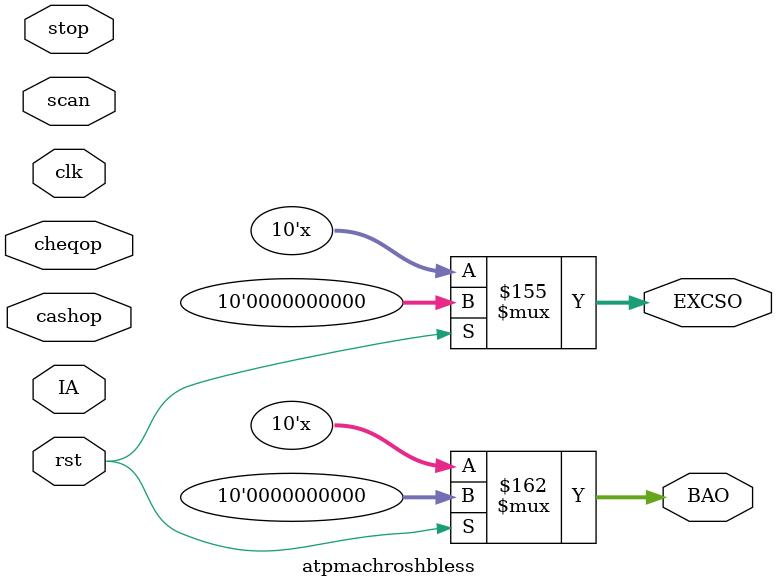
<source format=v>
module atpmachroshbless(
input wire clk,rst,scan,cashop,cheqop,
input [9:0] IA,
input stop,
output reg [9:0] BAO
,output reg [9:0] EXCSO  
);

reg [9:0] BA;
reg  [9:0] EXCS;  
reg [2:0] cstate;
reg [2:0] nstate; 
parameter [2:0] START = 3'b000;
parameter [2:0] INFO_MODE = 3'b001;
parameter [2:0] CASH = 3'b010;
parameter [2:0] CHE_DD_PAYO = 3'b011;
parameter [2:0] WAITING_CASH = 3'b100;
parameter [2:0] INSUFF = 3'b101;
parameter [2:0] WAITING_CHE_DD_PAYO = 3'b110;
parameter [2:0] COMPLETED = 3'b111;

 
always @ (posedge clk or posedge rst) begin
if (rst) begin
cstate <= START;
end else begin
cstate <= nstate;
end
end
always @ (*) begin
if (rst) begin
BAO = 0;
EXCSO = 0;
nstate <= START;
end else begin
case (cstate)
START: begin

$display(" Welcome to Any Time Electric Bill Payment System");
$display("Please Show your bill at the scanner");
if (scan) begin
BA=10'd100;
EXCS=10'd0;
nstate <= INFO_MODE;
end else begin
nstate <= START;
end
end

INFO_MODE: begin
$display(" USER NAME:------------");
$display(" BILL AMOUNT:%d",BA);
$display(" EXCESS AMOUNT LEFT:%d",EXCS);
$display(" BILL NO:------------");
$display(" SELECT YOUR MODE OF PAYMENT:------------");
 if (cashop) begin
nstate <= CASH;
 end else if (cheqop) begin
nstate <= CHE_DD_PAYO;
end else begin
nstate <= INFO_MODE;
end
end

CASH: begin
$display(" INSERT YOUR CASH AT CASH ACCEPTOR ");
$display("----------------------PLEASE NOTE-------------------------");
 $display(" #Denominations of Rupees 1000, 500, 100, 50, 20, 10, 5 are accepted.(Only Notes are accepted)");
$display(" #Insert a single note at a time.");
$display(" #Please do not use soiled, torn, wet, oiled notes and coins.");
$display(" #Excess amount Paid will be adjusted in the subsequent cycles.");
 $display(" #Any short payment will lead to disconnection of your electricity line without any information");
 $display(" CURRENT BILL AMOUNT:%d",BA);
if (IA) begin
nstate <= WAITING_CASH;
end 
else begin
nstate <= CASH;
end
end

CHE_DD_PAYO: begin
$display(" INSERT YOUR CHEQUE/DD/PAY ORDER AT THE ACCEPTOR ");
$display("----------------------------PLEASE NOTE-----------------------------");
$display(" #Excess amount Paid will be adjusted in the subsequent cycles.");
$display(" #Any short payment will lead to disconnection of your electricity line without any information");
$display(" CURRENT BILL AMOUNT:%d",BA);
if(IA) begin
nstate <= WAITING_CHE_DD_PAYO;
end
else begin
nstate <=CHE_DD_PAYO;
end
end


WAITING_CASH: begin
$display(" #Input another note.");
$display(" CURRENT BILL AMOUNT:%d",BA);
if ((IA == 10'd1000) || (IA == 10'd500) || (IA == 10'd100) || (IA == 10'd50) || (IA == 10'd20) || (IA == 10'd10) || (IA == 10'd5)&& IA <= BA) begin
BA = BA - EXCS - IA ;
nstate <=WAITING_CASH;
end
else if (stop) begin
BA= ~BA;
nstate <= INSUFF;
end
 else
 begin
 BA = BA- EXCS - IA ;
nstate <= COMPLETED;
end
end

INSUFF: begin
BAO <= ~BA;
$display(" Remaining bill amount = %d", BAO);
  $display(" #If not paid to the sufficient bill amount within 10 days from today, your connection will be disconnected without any information.");
nstate <= START;
end

WAITING_CHE_DD_PAYO: begin
$display(" #Enter account_number , date , amount as on the payment instrument inserted.");
BA = BA- EXCS - IA ;
BA= ~BA;
if (IA < BA) begin
nstate <= INSUFF;
end else begin
BA= ~BA;
nstate <= COMPLETED;
end
end

COMPLETED: begin
EXCS <= ~BA;
EXCSO <= EXCS;
$display("Excess amount: %d", EXCSO);
$display(" CURRENT BILL AMOUNT:0");
$display(" #Please collect your receipt");
$display(" THANK YOU ");
nstate <= START;
end
endcase
end 
end
endmodule



</source>
